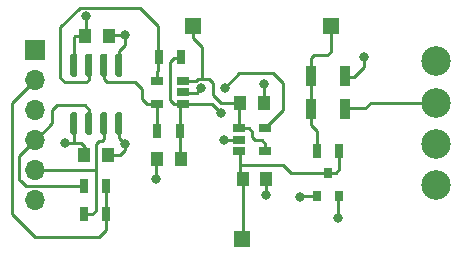
<source format=gbr>
%TF.GenerationSoftware,KiCad,Pcbnew,(5.1.6)-1*%
%TF.CreationDate,2020-11-03T17:55:30-08:00*%
%TF.ProjectId,adc_i2c_iso,6164635f-6932-4635-9f69-736f2e6b6963,rev?*%
%TF.SameCoordinates,Original*%
%TF.FileFunction,Copper,L1,Top*%
%TF.FilePolarity,Positive*%
%FSLAX46Y46*%
G04 Gerber Fmt 4.6, Leading zero omitted, Abs format (unit mm)*
G04 Created by KiCad (PCBNEW (5.1.6)-1) date 2020-11-03 17:55:30*
%MOMM*%
%LPD*%
G01*
G04 APERTURE LIST*
%TA.AperFunction,ComponentPad*%
%ADD10R,1.350000X1.350000*%
%TD*%
%TA.AperFunction,SMDPad,CuDef*%
%ADD11R,0.800000X0.900000*%
%TD*%
%TA.AperFunction,SMDPad,CuDef*%
%ADD12R,1.060000X0.650000*%
%TD*%
%TA.AperFunction,SMDPad,CuDef*%
%ADD13R,0.700000X1.300000*%
%TD*%
%TA.AperFunction,SMDPad,CuDef*%
%ADD14R,0.900000X1.700000*%
%TD*%
%TA.AperFunction,ComponentPad*%
%ADD15R,1.700000X1.700000*%
%TD*%
%TA.AperFunction,ComponentPad*%
%ADD16O,1.700000X1.700000*%
%TD*%
%TA.AperFunction,ComponentPad*%
%ADD17C,2.500000*%
%TD*%
%TA.AperFunction,SMDPad,CuDef*%
%ADD18R,1.000000X1.250000*%
%TD*%
%TA.AperFunction,ViaPad*%
%ADD19C,0.800000*%
%TD*%
%TA.AperFunction,Conductor*%
%ADD20C,0.250000*%
%TD*%
G04 APERTURE END LIST*
%TO.P,U3,8*%
%TO.N,VCC_ISO*%
%TA.AperFunction,SMDPad,CuDef*%
G36*
G01*
X103477200Y-95858200D02*
X103177200Y-95858200D01*
G75*
G02*
X103027200Y-95708200I0J150000D01*
G01*
X103027200Y-94058200D01*
G75*
G02*
X103177200Y-93908200I150000J0D01*
G01*
X103477200Y-93908200D01*
G75*
G02*
X103627200Y-94058200I0J-150000D01*
G01*
X103627200Y-95708200D01*
G75*
G02*
X103477200Y-95858200I-150000J0D01*
G01*
G37*
%TD.AperFunction*%
%TO.P,U3,7*%
%TO.N,Net-(R4-Pad2)*%
%TA.AperFunction,SMDPad,CuDef*%
G36*
G01*
X104747200Y-95858200D02*
X104447200Y-95858200D01*
G75*
G02*
X104297200Y-95708200I0J150000D01*
G01*
X104297200Y-94058200D01*
G75*
G02*
X104447200Y-93908200I150000J0D01*
G01*
X104747200Y-93908200D01*
G75*
G02*
X104897200Y-94058200I0J-150000D01*
G01*
X104897200Y-95708200D01*
G75*
G02*
X104747200Y-95858200I-150000J0D01*
G01*
G37*
%TD.AperFunction*%
%TO.P,U3,6*%
%TO.N,Net-(R5-Pad2)*%
%TA.AperFunction,SMDPad,CuDef*%
G36*
G01*
X106017200Y-95858200D02*
X105717200Y-95858200D01*
G75*
G02*
X105567200Y-95708200I0J150000D01*
G01*
X105567200Y-94058200D01*
G75*
G02*
X105717200Y-93908200I150000J0D01*
G01*
X106017200Y-93908200D01*
G75*
G02*
X106167200Y-94058200I0J-150000D01*
G01*
X106167200Y-95708200D01*
G75*
G02*
X106017200Y-95858200I-150000J0D01*
G01*
G37*
%TD.AperFunction*%
%TO.P,U3,5*%
%TO.N,GNDA*%
%TA.AperFunction,SMDPad,CuDef*%
G36*
G01*
X107287200Y-95858200D02*
X106987200Y-95858200D01*
G75*
G02*
X106837200Y-95708200I0J150000D01*
G01*
X106837200Y-94058200D01*
G75*
G02*
X106987200Y-93908200I150000J0D01*
G01*
X107287200Y-93908200D01*
G75*
G02*
X107437200Y-94058200I0J-150000D01*
G01*
X107437200Y-95708200D01*
G75*
G02*
X107287200Y-95858200I-150000J0D01*
G01*
G37*
%TD.AperFunction*%
%TO.P,U3,4*%
%TO.N,GND*%
%TA.AperFunction,SMDPad,CuDef*%
G36*
G01*
X107287200Y-100808200D02*
X106987200Y-100808200D01*
G75*
G02*
X106837200Y-100658200I0J150000D01*
G01*
X106837200Y-99008200D01*
G75*
G02*
X106987200Y-98858200I150000J0D01*
G01*
X107287200Y-98858200D01*
G75*
G02*
X107437200Y-99008200I0J-150000D01*
G01*
X107437200Y-100658200D01*
G75*
G02*
X107287200Y-100808200I-150000J0D01*
G01*
G37*
%TD.AperFunction*%
%TO.P,U3,3*%
%TO.N,Net-(J5-Pad5)*%
%TA.AperFunction,SMDPad,CuDef*%
G36*
G01*
X106017200Y-100808200D02*
X105717200Y-100808200D01*
G75*
G02*
X105567200Y-100658200I0J150000D01*
G01*
X105567200Y-99008200D01*
G75*
G02*
X105717200Y-98858200I150000J0D01*
G01*
X106017200Y-98858200D01*
G75*
G02*
X106167200Y-99008200I0J-150000D01*
G01*
X106167200Y-100658200D01*
G75*
G02*
X106017200Y-100808200I-150000J0D01*
G01*
G37*
%TD.AperFunction*%
%TO.P,U3,2*%
%TO.N,Net-(J5-Pad4)*%
%TA.AperFunction,SMDPad,CuDef*%
G36*
G01*
X104747200Y-100808200D02*
X104447200Y-100808200D01*
G75*
G02*
X104297200Y-100658200I0J150000D01*
G01*
X104297200Y-99008200D01*
G75*
G02*
X104447200Y-98858200I150000J0D01*
G01*
X104747200Y-98858200D01*
G75*
G02*
X104897200Y-99008200I0J-150000D01*
G01*
X104897200Y-100658200D01*
G75*
G02*
X104747200Y-100808200I-150000J0D01*
G01*
G37*
%TD.AperFunction*%
%TO.P,U3,1*%
%TO.N,+3V3*%
%TA.AperFunction,SMDPad,CuDef*%
G36*
G01*
X103477200Y-100808200D02*
X103177200Y-100808200D01*
G75*
G02*
X103027200Y-100658200I0J150000D01*
G01*
X103027200Y-99008200D01*
G75*
G02*
X103177200Y-98858200I150000J0D01*
G01*
X103477200Y-98858200D01*
G75*
G02*
X103627200Y-99008200I0J-150000D01*
G01*
X103627200Y-100658200D01*
G75*
G02*
X103477200Y-100808200I-150000J0D01*
G01*
G37*
%TD.AperFunction*%
%TD*%
D10*
%TO.P,J4,1*%
%TO.N,Net-(C2-Pad1)*%
X113413540Y-91600020D03*
%TD*%
%TO.P,J3,1*%
%TO.N,Net-(C1-Pad1)*%
X117558820Y-109613700D03*
%TD*%
%TO.P,J1,1*%
%TO.N,Net-(J1-Pad1)*%
X125072140Y-91549220D03*
%TD*%
D11*
%TO.P,D1,1*%
%TO.N,GNDA*%
X123901160Y-105988360D03*
%TO.P,D1,2*%
%TO.N,VCC_ISO*%
X125801160Y-105988360D03*
%TO.P,D1,3*%
%TO.N,Net-(C1-Pad1)*%
X124851160Y-103988360D03*
%TD*%
D12*
%TO.P,U1,1*%
%TO.N,Net-(C2-Pad1)*%
X117307180Y-100246140D03*
%TO.P,U1,2*%
%TO.N,GNDA*%
X117307180Y-101196140D03*
%TO.P,U1,3*%
%TO.N,Net-(C1-Pad1)*%
X117307180Y-102146140D03*
%TO.P,U1,4*%
%TO.N,Net-(C2-Pad1)*%
X119507180Y-102146140D03*
%TO.P,U1,5*%
%TO.N,VCC_ISO*%
X119507180Y-100246140D03*
%TD*%
D13*
%TO.P,R7,1*%
%TO.N,+3V3*%
X106080600Y-107518200D03*
%TO.P,R7,2*%
%TO.N,Net-(J5-Pad5)*%
X104180600Y-107518200D03*
%TD*%
%TO.P,R6,1*%
%TO.N,+3V3*%
X106080600Y-105105200D03*
%TO.P,R6,2*%
%TO.N,Net-(J5-Pad4)*%
X104180600Y-105105200D03*
%TD*%
%TO.P,R5,1*%
%TO.N,VCC_ISO*%
X112303600Y-100457000D03*
%TO.P,R5,2*%
%TO.N,Net-(R5-Pad2)*%
X110403600Y-100457000D03*
%TD*%
%TO.P,R4,1*%
%TO.N,VCC_ISO*%
X112405200Y-94234000D03*
%TO.P,R4,2*%
%TO.N,Net-(R4-Pad2)*%
X110505200Y-94234000D03*
%TD*%
%TO.P,R3,1*%
%TO.N,Net-(C1-Pad1)*%
X125808780Y-102196900D03*
%TO.P,R3,2*%
%TO.N,Net-(J1-Pad1)*%
X123908780Y-102196900D03*
%TD*%
D14*
%TO.P,R2,1*%
%TO.N,Net-(J1-Pad1)*%
X123401160Y-95841820D03*
%TO.P,R2,2*%
%TO.N,GNDA*%
X126301160Y-95841820D03*
%TD*%
%TO.P,R1,1*%
%TO.N,PVIN*%
X126301160Y-98585020D03*
%TO.P,R1,2*%
%TO.N,Net-(J1-Pad1)*%
X123401160Y-98585020D03*
%TD*%
D15*
%TO.P,J5,1*%
%TO.N,Net-(J5-Pad1)*%
X100000000Y-93650000D03*
D16*
%TO.P,J5,2*%
%TO.N,+3V3*%
X100000000Y-96190000D03*
%TO.P,J5,3*%
%TO.N,Net-(J5-Pad3)*%
X100000000Y-98730000D03*
%TO.P,J5,4*%
%TO.N,Net-(J5-Pad4)*%
X100000000Y-101270000D03*
%TO.P,J5,5*%
%TO.N,Net-(J5-Pad5)*%
X100000000Y-103810000D03*
%TO.P,J5,6*%
%TO.N,GND*%
X100000000Y-106350000D03*
%TD*%
D17*
%TO.P,J2,4*%
%TO.N,GNDA*%
X134000000Y-94579800D03*
%TO.P,J2,3*%
%TO.N,PVIN*%
X134000000Y-98079800D03*
%TO.P,J2,2*%
%TO.N,GNDA*%
X134000000Y-101579800D03*
%TO.P,J2,1*%
%TO.N,VCC_ISO*%
X134000000Y-105079800D03*
%TD*%
D12*
%TO.P,U2,1*%
%TO.N,VCC_ISO*%
X112529800Y-98155800D03*
%TO.P,U2,2*%
%TO.N,GNDA*%
X112529800Y-97205800D03*
%TO.P,U2,3*%
%TO.N,Net-(C2-Pad1)*%
X112529800Y-96255800D03*
%TO.P,U2,4*%
%TO.N,Net-(R4-Pad2)*%
X110329800Y-96255800D03*
%TO.P,U2,5*%
%TO.N,Net-(R5-Pad2)*%
X110329800Y-98155800D03*
%TD*%
D18*
%TO.P,C5,1*%
%TO.N,+3V3*%
X104206800Y-102514400D03*
%TO.P,C5,2*%
%TO.N,GND*%
X106206800Y-102514400D03*
%TD*%
%TO.P,C4,1*%
%TO.N,VCC_ISO*%
X104257600Y-92405200D03*
%TO.P,C4,2*%
%TO.N,GNDA*%
X106257600Y-92405200D03*
%TD*%
%TO.P,C3,1*%
%TO.N,VCC_ISO*%
X112353600Y-102870000D03*
%TO.P,C3,2*%
%TO.N,GNDA*%
X110353600Y-102870000D03*
%TD*%
%TO.P,C2,1*%
%TO.N,Net-(C2-Pad1)*%
X117407180Y-98097340D03*
%TO.P,C2,2*%
%TO.N,GNDA*%
X119407180Y-98097340D03*
%TD*%
%TO.P,C1,1*%
%TO.N,Net-(C1-Pad1)*%
X117610380Y-104543860D03*
%TO.P,C1,2*%
%TO.N,GNDA*%
X119610380Y-104543860D03*
%TD*%
D19*
%TO.N,GNDA*%
X119395240Y-96527620D03*
X107696000Y-92379800D03*
X110286800Y-104571800D03*
X122504200Y-106034840D03*
X114117120Y-96860358D03*
X116050060Y-101196140D03*
X127906780Y-94178120D03*
X119610374Y-105860368D03*
%TO.N,+3V3*%
X102539800Y-101523800D03*
%TO.N,GND*%
X107640120Y-101579680D03*
%TO.N,VCC_ISO*%
X104317800Y-90754200D03*
X125730000Y-107858560D03*
X115798600Y-98925380D03*
X116100000Y-96800000D03*
%TD*%
D20*
%TO.N,Net-(C1-Pad1)*%
X121061480Y-103322120D02*
X117429280Y-103322120D01*
X117429280Y-103322120D02*
X117429280Y-102260400D01*
X117429280Y-102260400D02*
X117340380Y-102171500D01*
X117340380Y-102171500D02*
X117340380Y-102153720D01*
X117429280Y-103322120D02*
X117429280Y-104353360D01*
X117429280Y-104353360D02*
X117622320Y-104546400D01*
X117610380Y-104543860D02*
X117610380Y-110133640D01*
X117610380Y-110133640D02*
X117599460Y-110144560D01*
X125801160Y-101846380D02*
X125801160Y-103708160D01*
X125801160Y-103708160D02*
X125511560Y-103997760D01*
X125511560Y-103997760D02*
X124922280Y-103997760D01*
X121061480Y-103322120D02*
X121061480Y-103365300D01*
X121061480Y-103365300D02*
X121704100Y-104007920D01*
X121704100Y-104007920D02*
X124881640Y-104007920D01*
%TO.N,GNDA*%
X107137200Y-94883200D02*
X107137200Y-93726000D01*
X107696000Y-93167200D02*
X107696000Y-92379800D01*
X107137200Y-93726000D02*
X107696000Y-93167200D01*
X110286800Y-104571800D02*
X110286800Y-102920800D01*
X110286800Y-102920800D02*
X110337600Y-102870000D01*
X110337600Y-102870000D02*
X110363000Y-102844600D01*
X110363000Y-102844600D02*
X110413800Y-102844600D01*
X107696000Y-92379800D02*
X106299000Y-92379800D01*
X123827540Y-106004360D02*
X122534680Y-106004360D01*
X122534680Y-106004360D02*
X122504200Y-106034840D01*
X113746278Y-97231200D02*
X114117120Y-96860358D01*
X112496600Y-97231200D02*
X113746278Y-97231200D01*
X119407180Y-96539560D02*
X119395240Y-96527620D01*
X119407180Y-98097340D02*
X119407180Y-96539560D01*
X117307180Y-101196140D02*
X116050060Y-101196140D01*
X127904240Y-95067120D02*
X127904240Y-94211140D01*
X126326900Y-95897700D02*
X127073660Y-95897700D01*
X127073660Y-95897700D02*
X127904240Y-95067120D01*
X119610380Y-105860362D02*
X119610374Y-105860368D01*
X119610380Y-104543860D02*
X119610380Y-105860362D01*
%TO.N,Net-(C2-Pad1)*%
X117307180Y-100246140D02*
X117307180Y-98158120D01*
X117307180Y-98158120D02*
X117281960Y-98132900D01*
X117307180Y-100246140D02*
X118135360Y-100246140D01*
X118135360Y-100246140D02*
X118414800Y-100525580D01*
X118414800Y-100525580D02*
X118414800Y-101015800D01*
X118414800Y-101015800D02*
X118658640Y-101259640D01*
X118658640Y-101259640D02*
X119230140Y-101259640D01*
X119230140Y-101259640D02*
X119499380Y-101528880D01*
X119499380Y-101528880D02*
X119499380Y-102113080D01*
X114142520Y-93317520D02*
X114142520Y-96078040D01*
X113413540Y-91600020D02*
X113413540Y-92588540D01*
X113413540Y-92588540D02*
X114142520Y-93317520D01*
X113654840Y-96248220D02*
X112740440Y-96248220D01*
X113825020Y-96078040D02*
X113654840Y-96248220D01*
X115749880Y-98099880D02*
X115100000Y-97450000D01*
X115100000Y-97450000D02*
X115100000Y-96400000D01*
X114778040Y-96078040D02*
X113825020Y-96078040D01*
X117216680Y-98099880D02*
X115749880Y-98099880D01*
X115100000Y-96400000D02*
X114778040Y-96078040D01*
%TO.N,+3V3*%
X106080600Y-107518200D02*
X106080600Y-104963000D01*
X106080600Y-104963000D02*
X106070400Y-104952800D01*
X103962200Y-101523800D02*
X104241600Y-101803200D01*
X104241600Y-101803200D02*
X104241600Y-102514400D01*
X103327200Y-99833200D02*
X103327200Y-101447600D01*
X102539800Y-101523800D02*
X103251000Y-101523800D01*
X103327200Y-101447600D02*
X103251000Y-101523800D01*
X103251000Y-101523800D02*
X103962200Y-101523800D01*
X100000000Y-96190000D02*
X98127391Y-98062609D01*
X106045000Y-108864400D02*
X106045000Y-107289600D01*
X98127391Y-98062609D02*
X98127391Y-107499991D01*
X100076000Y-109448600D02*
X105460800Y-109448600D01*
X105460800Y-109448600D02*
X106045000Y-108864400D01*
X98127391Y-107499991D02*
X100076000Y-109448600D01*
%TO.N,GND*%
X107137200Y-101076760D02*
X107640120Y-101579680D01*
X107137200Y-99833200D02*
X107137200Y-101076760D01*
X106206800Y-102514400D02*
X107238800Y-102514400D01*
X107640120Y-102113080D02*
X107640120Y-101579680D01*
X107238800Y-102514400D02*
X107640120Y-102113080D01*
%TO.N,VCC_ISO*%
X112268000Y-102971600D02*
X112293400Y-102946200D01*
X112293400Y-102946200D02*
X112293400Y-100457000D01*
X111810800Y-98171000D02*
X112496600Y-98171000D01*
X111455200Y-97815400D02*
X111810800Y-98171000D01*
X111455200Y-94589600D02*
X111455200Y-97815400D01*
X112395000Y-94259400D02*
X111785400Y-94259400D01*
X111785400Y-94259400D02*
X111455200Y-94589600D01*
X103327200Y-94894400D02*
X103327200Y-94869000D01*
X104317800Y-90754200D02*
X104317800Y-92329000D01*
X104257600Y-92405200D02*
X103454200Y-92405200D01*
X103454200Y-92405200D02*
X103327200Y-92532200D01*
X103327200Y-92532200D02*
X103327200Y-94792800D01*
X125717340Y-107845900D02*
X125730000Y-107858560D01*
X125717340Y-105988360D02*
X125717340Y-107845900D01*
X115029020Y-98155800D02*
X115798600Y-98925380D01*
X112529800Y-98155800D02*
X115029020Y-98155800D01*
X112293400Y-98287840D02*
X112293400Y-100482400D01*
X112435640Y-98145600D02*
X112293400Y-98287840D01*
X112529800Y-98155800D02*
X112445840Y-98155800D01*
X112445840Y-98155800D02*
X112435640Y-98145600D01*
X117304560Y-95595440D02*
X116100000Y-96800000D01*
X121046240Y-98707080D02*
X121046240Y-96436180D01*
X119507180Y-100246140D02*
X121046240Y-98707080D01*
X116105680Y-96794320D02*
X116100000Y-96800000D01*
X120205500Y-95595440D02*
X117304560Y-95595440D01*
X121046240Y-96436180D02*
X120205500Y-95595440D01*
%TO.N,Net-(R4-Pad2)*%
X104597200Y-96113600D02*
X104597200Y-94869000D01*
X102539800Y-96342200D02*
X104368600Y-96342200D01*
X102184200Y-91694000D02*
X102184200Y-95986600D01*
X103849005Y-90029195D02*
X102184200Y-91694000D01*
X110329800Y-95486400D02*
X110490000Y-95326200D01*
X102184200Y-95986600D02*
X102539800Y-96342200D01*
X108901395Y-90029195D02*
X103849005Y-90029195D01*
X104368600Y-96342200D02*
X104597200Y-96113600D01*
X110329800Y-96255800D02*
X110329800Y-95486400D01*
X110490000Y-95326200D02*
X110490000Y-91617800D01*
X110490000Y-91617800D02*
X108901395Y-90029195D01*
%TO.N,Net-(R5-Pad2)*%
X110403600Y-100457000D02*
X110403600Y-98999000D01*
X110312200Y-98171000D02*
X110312200Y-98145600D01*
X105867200Y-96037400D02*
X105867200Y-94869000D01*
X106121200Y-96291400D02*
X105867200Y-96037400D01*
X108483400Y-96291400D02*
X106121200Y-96291400D01*
X110329800Y-98155800D02*
X109509600Y-98155800D01*
X109509600Y-98155800D02*
X109093000Y-97739200D01*
X109093000Y-96901000D02*
X108483400Y-96291400D01*
X109093000Y-97739200D02*
X109093000Y-96901000D01*
X110403600Y-98999000D02*
X110403600Y-98198900D01*
X110403600Y-98198900D02*
X110345220Y-98140520D01*
%TO.N,Net-(J5-Pad5)*%
X105181400Y-103479600D02*
X105181400Y-101574600D01*
X105181400Y-101574600D02*
X105460800Y-101295200D01*
X105460800Y-101295200D02*
X105714800Y-101295200D01*
X105714800Y-101295200D02*
X105867200Y-101142800D01*
X105867200Y-101142800D02*
X105867200Y-99796600D01*
X105867200Y-99796600D02*
X105867200Y-99771200D01*
X104180600Y-107518200D02*
X104876600Y-107518200D01*
X105181400Y-107213400D02*
X105181400Y-103479600D01*
X104876600Y-107518200D02*
X105181400Y-107213400D01*
X105181200Y-103810000D02*
X105181400Y-103809800D01*
X100000000Y-103810000D02*
X105181200Y-103810000D01*
%TO.N,Net-(J5-Pad4)*%
X104597200Y-99833200D02*
X104597200Y-98653600D01*
X104597200Y-98653600D02*
X104241600Y-98298000D01*
X104241600Y-98298000D02*
X101930200Y-98298000D01*
X101930200Y-98298000D02*
X101498400Y-98729800D01*
X101498400Y-98729800D02*
X101498400Y-99822000D01*
X101498400Y-99822000D02*
X100025200Y-101295200D01*
X104180600Y-105105200D02*
X99263200Y-105105200D01*
X98824999Y-104666999D02*
X98799599Y-104666999D01*
X99263200Y-105105200D02*
X98824999Y-104666999D01*
X98799599Y-104666999D02*
X98704400Y-104571800D01*
X98704400Y-104571800D02*
X98704400Y-102565200D01*
X98704400Y-102565200D02*
X99974400Y-101295200D01*
%TO.N,PVIN*%
X131000000Y-98079800D02*
X128493280Y-98079800D01*
X128013460Y-98559620D02*
X126298960Y-98559620D01*
X126298960Y-98559620D02*
X126298960Y-98557080D01*
X128013460Y-98559620D02*
X128493280Y-98079800D01*
X131000000Y-98079800D02*
X133920200Y-98079800D01*
X133920200Y-98079800D02*
X134000000Y-98000000D01*
%TO.N,Net-(J1-Pad1)*%
X125059440Y-93779340D02*
X125059440Y-92397580D01*
X123692920Y-94066360D02*
X124772420Y-94066360D01*
X123428760Y-94330520D02*
X123692920Y-94066360D01*
X123901160Y-101846380D02*
X123901160Y-100469660D01*
X123428760Y-95844360D02*
X123428760Y-94330520D01*
X124772420Y-94066360D02*
X125059440Y-93779340D01*
X123400820Y-99969320D02*
X123400820Y-95872300D01*
X123901160Y-100469660D02*
X123400820Y-99969320D01*
X123400820Y-95872300D02*
X123428760Y-95844360D01*
X125059440Y-92397580D02*
X125059440Y-91602560D01*
X125059440Y-91602560D02*
X125056900Y-91600020D01*
%TD*%
M02*

</source>
